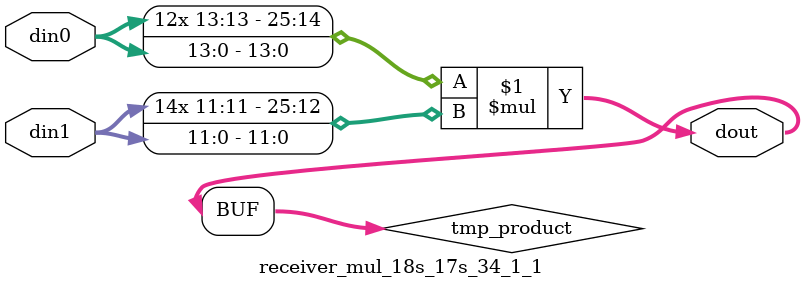
<source format=v>

`timescale 1 ns / 1 ps

  module receiver_mul_18s_17s_34_1_1(din0, din1, dout);
parameter ID = 1;
parameter NUM_STAGE = 0;
parameter din0_WIDTH = 14;
parameter din1_WIDTH = 12;
parameter dout_WIDTH = 26;

input [din0_WIDTH - 1 : 0] din0; 
input [din1_WIDTH - 1 : 0] din1; 
output [dout_WIDTH - 1 : 0] dout;

wire signed [dout_WIDTH - 1 : 0] tmp_product;













assign tmp_product = $signed(din0) * $signed(din1);








assign dout = tmp_product;







endmodule

</source>
